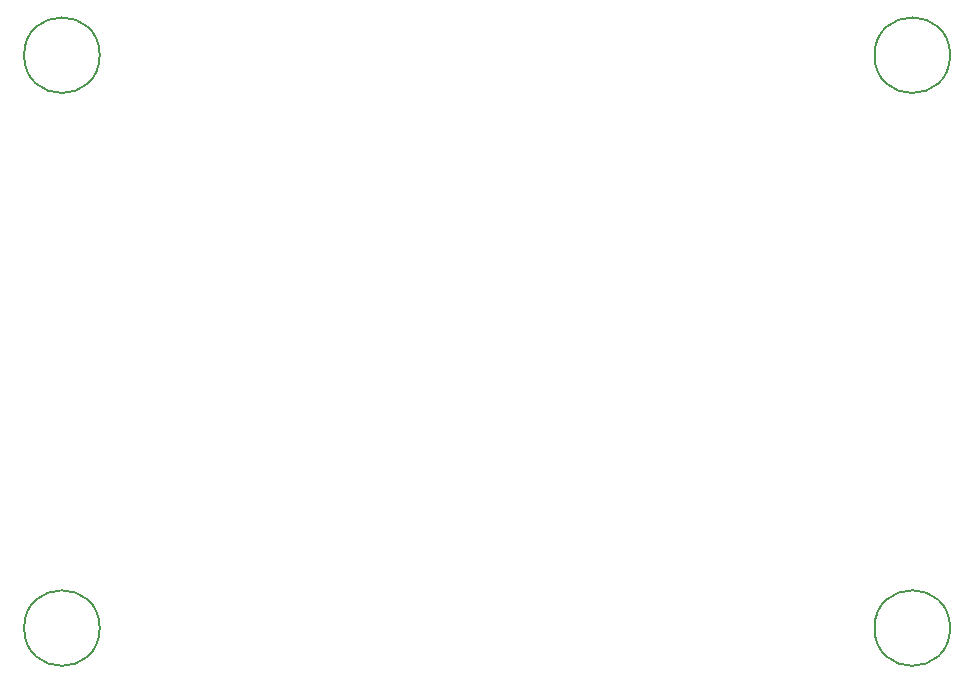
<source format=gbr>
%TF.GenerationSoftware,KiCad,Pcbnew,8.0.2*%
%TF.CreationDate,2025-01-24T00:11:38+01:00*%
%TF.ProjectId,INPUT_ADD_ON,494e5055-545f-4414-9444-5f4f4e2e6b69,rev?*%
%TF.SameCoordinates,Original*%
%TF.FileFunction,Other,Comment*%
%FSLAX46Y46*%
G04 Gerber Fmt 4.6, Leading zero omitted, Abs format (unit mm)*
G04 Created by KiCad (PCBNEW 8.0.2) date 2025-01-24 00:11:38*
%MOMM*%
%LPD*%
G01*
G04 APERTURE LIST*
%ADD10C,0.150000*%
G04 APERTURE END LIST*
D10*
%TO.C,REF\u002A\u002A*%
X169200000Y-73500000D02*
G75*
G02*
X162800000Y-73500000I-3200000J0D01*
G01*
X162800000Y-73500000D02*
G75*
G02*
X169200000Y-73500000I3200000J0D01*
G01*
X97200000Y-73500000D02*
G75*
G02*
X90800000Y-73500000I-3200000J0D01*
G01*
X90800000Y-73500000D02*
G75*
G02*
X97200000Y-73500000I3200000J0D01*
G01*
X97200000Y-122000000D02*
G75*
G02*
X90800000Y-122000000I-3200000J0D01*
G01*
X90800000Y-122000000D02*
G75*
G02*
X97200000Y-122000000I3200000J0D01*
G01*
X169200000Y-122000000D02*
G75*
G02*
X162800000Y-122000000I-3200000J0D01*
G01*
X162800000Y-122000000D02*
G75*
G02*
X169200000Y-122000000I3200000J0D01*
G01*
%TD*%
M02*

</source>
